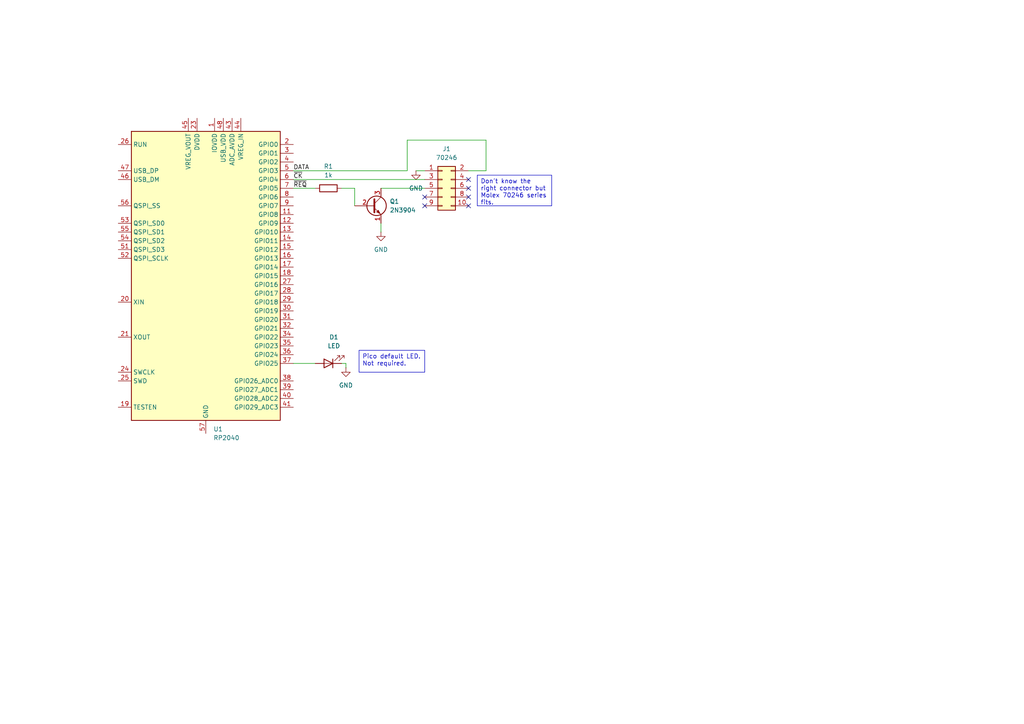
<source format=kicad_sch>
(kicad_sch (version 20231120) (generator "eeschema") (generator_version "8.0")
  (paper "A4")
  (lib_symbols
    (symbol "Connector_Generic:Conn_02x05_Odd_Even" (pin_names (offset 1.016) hide)
      (property "Reference" "J" (at 1.27 7.62 0))
      (property "Value" "Conn_02x05_Odd_Even" (at 1.27 -7.62 0))
      (symbol "Conn_02x05_Odd_Even_1_1"
        (rectangle (start -1.27 -4.953) (end 0 -5.207) (stroke (width 0.1524)))
        (rectangle (start -1.27 -2.413) (end 0 -2.667) (stroke (width 0.1524)))
        (rectangle (start -1.27 0.127) (end 0 -0.127) (stroke (width 0.1524)))
        (rectangle (start -1.27 2.667) (end 0 2.413) (stroke (width 0.1524)))
        (rectangle (start -1.27 5.207) (end 0 4.953) (stroke (width 0.1524)))
        (rectangle (start -1.27 6.35) (end 3.81 -6.35) (stroke (width 0.254)) (fill (type background)))
        (rectangle (start 3.81 -4.953) (end 2.54 -5.207) (stroke (width 0.1524)))
        (rectangle (start 3.81 -2.413) (end 2.54 -2.667) (stroke (width 0.1524)))
        (rectangle (start 3.81 0.127) (end 2.54 -0.127) (stroke (width 0.1524)))
        (rectangle (start 3.81 2.667) (end 2.54 2.413) (stroke (width 0.1524)))
        (rectangle (start 3.81 5.207) (end 2.54 4.953) (stroke (width 0.1524)))
        (pin passive line (at -5.08 5.08 0) (length 3.81) (name "Pin_1") (number "1"))
        (pin passive line (at 7.62 -5.08 180) (length 3.81) (name "Pin_10") (number "10"))
        (pin passive line (at 7.62 5.08 180) (length 3.81) (name "Pin_2") (number "2"))
        (pin passive line (at -5.08 2.54 0) (length 3.81) (name "Pin_3") (number "3"))
        (pin passive line (at 7.62 2.54 180) (length 3.81) (name "Pin_4") (number "4"))
        (pin passive line (at -5.08 0 0) (length 3.81) (name "Pin_5") (number "5"))
        (pin passive line (at 7.62 0 180) (length 3.81) (name "Pin_6") (number "6"))
        (pin passive line (at -5.08 -2.54 0) (length 3.81) (name "Pin_7") (number "7"))
        (pin passive line (at 7.62 -2.54 180) (length 3.81) (name "Pin_8") (number "8"))
        (pin passive line (at -5.08 -5.08 0) (length 3.81) (name "Pin_9") (number "9"))
      )
    )
    (symbol "Device:LED" (pin_numbers hide) (pin_names (offset 1.016) hide)
      (property "Reference" "D" (at 0 2.54 0))
      (property "Value" "LED" (at 0 -2.54 0))
      (symbol "LED_0_1"
        (polyline (pts (xy -1.27 -1.27) (xy -1.27 1.27)) (stroke (width 0.254)))
        (polyline (pts (xy -1.27 0) (xy 1.27 0)))
        (polyline (pts (xy 1.27 -1.27) (xy 1.27 1.27) (xy -1.27 0) (xy 1.27 -1.27)) (stroke (width 0.254)))
        (polyline (pts (xy -3.048 -0.762) (xy -4.572 -2.286) (xy -3.81 -2.286) (xy -4.572 -2.286) (xy -4.572 -1.524)))
        (polyline (pts (xy -1.778 -0.762) (xy -3.302 -2.286) (xy -2.54 -2.286) (xy -3.302 -2.286) (xy -3.302 -1.524)))
      )
      (symbol "LED_1_1"
        (pin passive line (at -3.81 0 0) (length 2.54) (name "K") (number "1"))
        (pin passive line (at 3.81 0 180) (length 2.54) (name "A") (number "2"))
      )
    )
    (symbol "Device:R" (pin_numbers hide) (pin_names (offset 0))
      (property "Reference" "R" (at 2.032 0 90))
      (property "Value" "R" (at 0 0 90))
      (symbol "R_0_1"
        (rectangle (start -1.016 -2.54) (end 1.016 2.54) (stroke (width 0.254)))
      )
      (symbol "R_1_1"
        (pin passive line (at 0 3.81 270) (length 1.27) (name "~") (number "1"))
        (pin passive line (at 0 -3.81 90) (length 1.27) (name "~") (number "2"))
      )
    )
    (symbol "MCU_RaspberryPi:RP2040"
      (property "Reference" "U" (at 17.78 45.72 0))
      (property "Value" "RP2040" (at 17.78 43.18 0))
      (symbol "RP2040_0_1"
        (rectangle (start -21.59 41.91) (end 21.59 -41.91) (stroke (width 0.254)) (fill (type background)))
      )
      (symbol "RP2040_1_1"
        (pin power_in line (at 2.54 45.72 270) (length 3.81) (name "IOVDD") (number "1"))
        (pin passive line (at 2.54 45.72 270) (length 3.81) hide (name "IOVDD") (number "10"))
        (pin bidirectional line (at 25.4 17.78 180) (length 3.81) (name "GPIO8") (number "11"))
        (pin bidirectional line (at 25.4 15.24 180) (length 3.81) (name "GPIO9") (number "12"))
        (pin bidirectional line (at 25.4 12.7 180) (length 3.81) (name "GPIO10") (number "13"))
        (pin bidirectional line (at 25.4 10.16 180) (length 3.81) (name "GPIO11") (number "14"))
        (pin bidirectional line (at 25.4 7.62 180) (length 3.81) (name "GPIO12") (number "15"))
        (pin bidirectional line (at 25.4 5.08 180) (length 3.81) (name "GPIO13") (number "16"))
        (pin bidirectional line (at 25.4 2.54 180) (length 3.81) (name "GPIO14") (number "17"))
        (pin bidirectional line (at 25.4 0 180) (length 3.81) (name "GPIO15") (number "18"))
        (pin input line (at -25.4 -38.1 0) (length 3.81) (name "TESTEN") (number "19"))
        (pin bidirectional line (at 25.4 38.1 180) (length 3.81) (name "GPIO0") (number "2"))
        (pin input line (at -25.4 -7.62 0) (length 3.81) (name "XIN") (number "20"))
        (pin passive line (at -25.4 -17.78 0) (length 3.81) (name "XOUT") (number "21"))
        (pin passive line (at 2.54 45.72 270) (length 3.81) hide (name "IOVDD") (number "22"))
        (pin power_in line (at -2.54 45.72 270) (length 3.81) (name "DVDD") (number "23"))
        (pin input line (at -25.4 -27.94 0) (length 3.81) (name "SWCLK") (number "24"))
        (pin bidirectional line (at -25.4 -30.48 0) (length 3.81) (name "SWD") (number "25"))
        (pin input line (at -25.4 38.1 0) (length 3.81) (name "RUN") (number "26"))
        (pin bidirectional line (at 25.4 -2.54 180) (length 3.81) (name "GPIO16") (number "27"))
        (pin bidirectional line (at 25.4 -5.08 180) (length 3.81) (name "GPIO17") (number "28"))
        (pin bidirectional line (at 25.4 -7.62 180) (length 3.81) (name "GPIO18") (number "29"))
        (pin bidirectional line (at 25.4 35.56 180) (length 3.81) (name "GPIO1") (number "3"))
        (pin bidirectional line (at 25.4 -10.16 180) (length 3.81) (name "GPIO19") (number "30"))
        (pin bidirectional line (at 25.4 -12.7 180) (length 3.81) (name "GPIO20") (number "31"))
        (pin bidirectional line (at 25.4 -15.24 180) (length 3.81) (name "GPIO21") (number "32"))
        (pin passive line (at 2.54 45.72 270) (length 3.81) hide (name "IOVDD") (number "33"))
        (pin bidirectional line (at 25.4 -17.78 180) (length 3.81) (name "GPIO22") (number "34"))
        (pin bidirectional line (at 25.4 -20.32 180) (length 3.81) (name "GPIO23") (number "35"))
        (pin bidirectional line (at 25.4 -22.86 180) (length 3.81) (name "GPIO24") (number "36"))
        (pin bidirectional line (at 25.4 -25.4 180) (length 3.81) (name "GPIO25") (number "37"))
        (pin bidirectional line (at 25.4 -30.48 180) (length 3.81) (name "GPIO26_ADC0") (number "38"))
        (pin bidirectional line (at 25.4 -33.02 180) (length 3.81) (name "GPIO27_ADC1") (number "39"))
        (pin bidirectional line (at 25.4 33.02 180) (length 3.81) (name "GPIO2") (number "4"))
        (pin bidirectional line (at 25.4 -35.56 180) (length 3.81) (name "GPIO28_ADC2") (number "40"))
        (pin bidirectional line (at 25.4 -38.1 180) (length 3.81) (name "GPIO29_ADC3") (number "41"))
        (pin passive line (at 2.54 45.72 270) (length 3.81) hide (name "IOVDD") (number "42"))
        (pin power_in line (at 7.62 45.72 270) (length 3.81) (name "ADC_AVDD") (number "43"))
        (pin power_in line (at 10.16 45.72 270) (length 3.81) (name "VREG_IN") (number "44"))
        (pin power_out line (at -5.08 45.72 270) (length 3.81) (name "VREG_VOUT") (number "45"))
        (pin bidirectional line (at -25.4 27.94 0) (length 3.81) (name "USB_DM") (number "46"))
        (pin bidirectional line (at -25.4 30.48 0) (length 3.81) (name "USB_DP") (number "47"))
        (pin power_in line (at 5.08 45.72 270) (length 3.81) (name "USB_VDD") (number "48"))
        (pin passive line (at 2.54 45.72 270) (length 3.81) hide (name "IOVDD") (number "49"))
        (pin bidirectional line (at 25.4 30.48 180) (length 3.81) (name "GPIO3") (number "5"))
        (pin passive line (at -2.54 45.72 270) (length 3.81) hide (name "DVDD") (number "50"))
        (pin bidirectional line (at -25.4 7.62 0) (length 3.81) (name "QSPI_SD3") (number "51"))
        (pin output line (at -25.4 5.08 0) (length 3.81) (name "QSPI_SCLK") (number "52"))
        (pin bidirectional line (at -25.4 15.24 0) (length 3.81) (name "QSPI_SD0") (number "53"))
        (pin bidirectional line (at -25.4 10.16 0) (length 3.81) (name "QSPI_SD2") (number "54"))
        (pin bidirectional line (at -25.4 12.7 0) (length 3.81) (name "QSPI_SD1") (number "55"))
        (pin bidirectional line (at -25.4 20.32 0) (length 3.81) (name "QSPI_SS") (number "56"))
        (pin power_in line (at 0 -45.72 90) (length 3.81) (name "GND") (number "57"))
        (pin bidirectional line (at 25.4 27.94 180) (length 3.81) (name "GPIO4") (number "6"))
        (pin bidirectional line (at 25.4 25.4 180) (length 3.81) (name "GPIO5") (number "7"))
        (pin bidirectional line (at 25.4 22.86 180) (length 3.81) (name "GPIO6") (number "8"))
        (pin bidirectional line (at 25.4 20.32 180) (length 3.81) (name "GPIO7") (number "9"))
      )
    )
    (symbol "Transistor_BJT:2N3904" (pin_names (offset 0) hide)
      (property "Reference" "Q" (at 5.08 1.905 0))
      (property "Value" "2N3904" (at 5.08 0 0))
      (symbol "2N3904_0_1"
        (polyline (pts (xy 0.635 0.635) (xy 2.54 2.54)))
        (polyline (pts (xy 0.635 -0.635) (xy 2.54 -2.54) (xy 2.54 -2.54)))
        (polyline (pts (xy 0.635 1.905) (xy 0.635 -1.905) (xy 0.635 -1.905)) (stroke (width 0.508)))
        (polyline (pts (xy 1.27 -1.778) (xy 1.778 -1.27) (xy 2.286 -2.286) (xy 1.27 -1.778) (xy 1.27 -1.778)) (fill (type outline)))
        (circle (center 1.27 0) (radius 2.8194) (stroke (width 0.254)))
      )
      (symbol "2N3904_1_1"
        (pin passive line (at 2.54 -5.08 90) (length 2.54) (name "E") (number "1"))
        (pin passive line (at -5.08 0 0) (length 5.715) (name "B") (number "2"))
        (pin passive line (at 2.54 5.08 270) (length 2.54) (name "C") (number "3"))
      )
    )
    (symbol "power:GND" (power) (pin_numbers hide) (pin_names (offset 0) hide)
      (property "Value" "GND" (at 0 -3.81 0))
      (symbol "GND_0_1"
        (polyline (pts (xy 0 0) (xy 0 -1.27) (xy 1.27 -1.27) (xy 0 -2.54) (xy -1.27 -1.27) (xy 0 -1.27)))
      )
      (symbol "GND_1_1"
        (pin power_in line (at 0 0 270) (length 0) (name "~") (number "1"))
      )
    )
  )
  (no_connect (at 135.89 54.61))
  (no_connect (at 123.19 59.69))
  (no_connect (at 123.19 57.15))
  (no_connect (at 135.89 59.69))
  (no_connect (at 135.89 57.15))
  (no_connect (at 135.89 52.07))
  (wire (pts (xy 120.65 49.53) (xy 123.19 49.53)))
  (wire (pts (xy 118.11 40.64) (xy 140.97 40.64)))
  (wire (pts (xy 100.33 105.41) (xy 100.33 106.68)))
  (wire (pts (xy 110.49 54.61) (xy 123.19 54.61)))
  (wire (pts (xy 110.49 64.77) (xy 110.49 67.31)))
  (wire (pts (xy 99.06 105.41) (xy 100.33 105.41)))
  (wire (pts (xy 85.09 54.61) (xy 91.44 54.61)))
  (wire (pts (xy 99.06 54.61) (xy 102.87 54.61)))
  (wire (pts (xy 85.09 105.41) (xy 91.44 105.41)))
  (wire (pts (xy 140.97 40.64) (xy 140.97 49.53)))
  (wire (pts (xy 85.09 52.07) (xy 123.19 52.07)))
  (wire (pts (xy 102.87 54.61) (xy 102.87 59.69)))
  (wire (pts (xy 118.11 40.64) (xy 118.11 49.53)))
  (wire (pts (xy 140.97 49.53) (xy 135.89 49.53)))
  (wire (pts (xy 118.11 49.53) (xy 85.09 49.53)))
  (text_box "Pico default LED.\nNot required." (at 104.14 101.6 0) (size 19.05 6.35) (effects (font (size 1.27 1.27)) (justify left top)))
  (text_box "Don't know the right connector but Molex 70246 series fits." (at 138.43 50.8 0) (size 21.59 8.89) (effects (font (size 1.27 1.27)) (justify left top)))
  (label "~{REQ}" (at 85.09 54.61 0))
  (label "DATA" (at 85.09 49.53 0))
  (label "~{CK}" (at 85.09 52.07 0))
  (symbol (lib_id "power:GND") (at 100.33 106.68 0) (unit 1)
    (property "Reference" "#PWR01" (effects (hide yes)))
    (property "Value" "GND" (at 100.33 111.76 0))
    (property "Description" "Power symbol creates a global label with name \"GND\" , ground" (effects (hide yes)))
  )
  (symbol (lib_id "power:GND") (at 120.65 49.53 0) (unit 1)
    (property "Reference" "#PWR03" (effects (hide yes)))
    (property "Value" "GND" (at 120.65 54.61 0))
    (property "Description" "Power symbol creates a global label with name \"GND\" , ground" (effects (hide yes)))
  )
  (symbol (lib_id "power:GND") (at 110.49 67.31 0) (unit 1)
    (property "Reference" "#PWR02" (effects (hide yes)))
    (property "Value" "GND" (at 110.49 72.39 0))
    (property "Description" "Power symbol creates a global label with name \"GND\" , ground" (effects (hide yes)))
  )
  (symbol (lib_id "Device:R") (at 95.25 54.61 90) (unit 1)
    (property "Reference" "R1" (at 95.25 48.26 90))
    (property "Value" "1k" (at 95.25 50.8 90))
    (property "Description" "Resistor" (effects (hide yes)))
  )
  (symbol (lib_id "Device:LED") (at 95.25 105.41 180) (unit 1)
    (property "Reference" "D1" (at 96.8375 97.79 0))
    (property "Value" "LED" (at 96.8375 100.33 0))
    (property "Description" "Light emitting diode" (effects (hide yes)))
  )
  (symbol (lib_id "MCU_RaspberryPi:RP2040") (at 59.69 80.01 0) (unit 1)
    (property "Reference" "U1" (at 61.8841 124.46 0) (effects (justify left)))
    (property "Value" "RP2040" (at 61.8841 127 0) (effects (justify left)))
    (property "Footprint" "Package_DFN_QFN:QFN-56-1EP_7x7mm_P0.4mm_EP3.2x3.2mm" (effects (hide yes)))
    (property "Datasheet" "https://datasheets.raspberrypi.com/rp2040/rp2040-datasheet.pdf" (effects (hide yes)))
    (property "Description" "A microcontroller by Raspberry Pi" (effects (hide yes)))
  )
  (symbol (lib_id "Transistor_BJT:2N3904") (at 107.95 59.69 0) (unit 1)
    (property "Reference" "Q1" (at 113.03 58.4199 0) (effects (justify left)))
    (property "Value" "2N3904" (at 113.03 60.9599 0) (effects (justify left)))
    (property "Footprint" "Package_TO_SOT_THT:TO-92_Inline" (effects (hide yes)))
    (property "Datasheet" "https://www.onsemi.com/pub/Collateral/2N3903-D.PDF" (effects (hide yes)))
    (property "Description" "0.2A Ic, 40V Vce, Small Signal NPN Transistor, TO-92" (effects (hide yes)))
  )
  (symbol (lib_id "Connector_Generic:Conn_02x05_Odd_Even") (at 128.27 54.61 0) (unit 1)
    (property "Reference" "J1" (at 129.54 43.18 0))
    (property "Value" "70246" (at 129.54 45.72 0))
    (property "Description" "Molex 2.54mm Pitch C-Grid Header" (effects (hide yes)))
  )
)
</source>
